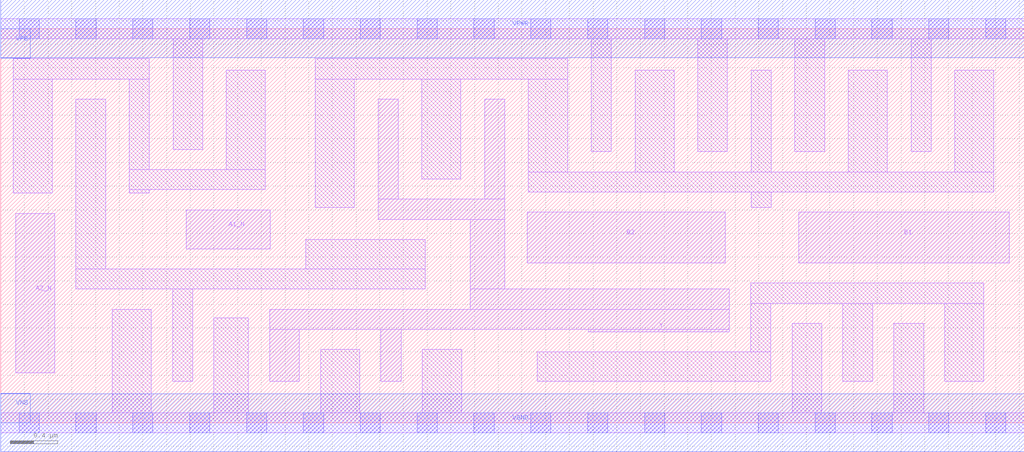
<source format=lef>
# Copyright 2020 The SkyWater PDK Authors
#
# Licensed under the Apache License, Version 2.0 (the "License");
# you may not use this file except in compliance with the License.
# You may obtain a copy of the License at
#
#     https://www.apache.org/licenses/LICENSE-2.0
#
# Unless required by applicable law or agreed to in writing, software
# distributed under the License is distributed on an "AS IS" BASIS,
# WITHOUT WARRANTIES OR CONDITIONS OF ANY KIND, either express or implied.
# See the License for the specific language governing permissions and
# limitations under the License.
#
# SPDX-License-Identifier: Apache-2.0

VERSION 5.5 ;
NAMESCASESENSITIVE ON ;
BUSBITCHARS "[]" ;
DIVIDERCHAR "/" ;
MACRO sky130_fd_sc_ms__a2bb2oi_4
  CLASS CORE ;
  SOURCE USER ;
  ORIGIN  0.000000  0.000000 ;
  SIZE  8.640000 BY  3.330000 ;
  SYMMETRY X Y ;
  SITE unit ;
  PIN A1_N
    ANTENNAGATEAREA  0.411000 ;
    DIRECTION INPUT ;
    USE SIGNAL ;
    PORT
      LAYER li1 ;
        RECT 1.565000 1.470000 2.275000 1.800000 ;
    END
  END A1_N
  PIN A2_N
    ANTENNAGATEAREA  0.411000 ;
    DIRECTION INPUT ;
    USE SIGNAL ;
    PORT
      LAYER li1 ;
        RECT 0.125000 0.420000 0.455000 1.770000 ;
    END
  END A2_N
  PIN B1
    ANTENNAGATEAREA  1.116000 ;
    DIRECTION INPUT ;
    USE SIGNAL ;
    PORT
      LAYER li1 ;
        RECT 6.735000 1.350000 8.515000 1.780000 ;
    END
  END B1
  PIN B2
    ANTENNAGATEAREA  1.116000 ;
    DIRECTION INPUT ;
    USE SIGNAL ;
    PORT
      LAYER li1 ;
        RECT 4.445000 1.350000 6.115000 1.780000 ;
    END
  END B2
  PIN Y
    ANTENNADIFFAREA  1.500800 ;
    DIRECTION OUTPUT ;
    USE SIGNAL ;
    PORT
      LAYER li1 ;
        RECT 2.270000 0.350000 2.520000 0.790000 ;
        RECT 2.270000 0.790000 6.150000 0.960000 ;
        RECT 3.185000 1.720000 4.255000 1.890000 ;
        RECT 3.185000 1.890000 3.355000 2.735000 ;
        RECT 3.210000 0.350000 3.380000 0.790000 ;
        RECT 3.965000 0.960000 6.150000 1.130000 ;
        RECT 3.965000 1.130000 4.255000 1.720000 ;
        RECT 4.085000 1.890000 4.255000 2.735000 ;
        RECT 4.960000 0.770000 6.150000 0.790000 ;
    END
  END Y
  PIN VGND
    DIRECTION INOUT ;
    USE GROUND ;
    PORT
      LAYER met1 ;
        RECT 0.000000 -0.245000 8.640000 0.245000 ;
    END
  END VGND
  PIN VNB
    DIRECTION INOUT ;
    USE GROUND ;
    PORT
      LAYER met1 ;
        RECT 0.000000 0.000000 0.250000 0.250000 ;
    END
  END VNB
  PIN VPB
    DIRECTION INOUT ;
    USE POWER ;
    PORT
      LAYER met1 ;
        RECT 0.000000 3.080000 0.250000 3.330000 ;
    END
  END VPB
  PIN VPWR
    DIRECTION INOUT ;
    USE POWER ;
    PORT
      LAYER met1 ;
        RECT 0.000000 3.085000 8.640000 3.575000 ;
    END
  END VPWR
  OBS
    LAYER li1 ;
      RECT 0.000000 -0.085000 8.640000 0.085000 ;
      RECT 0.000000  3.245000 8.640000 3.415000 ;
      RECT 0.105000  1.940000 0.435000 2.905000 ;
      RECT 0.105000  2.905000 1.255000 3.075000 ;
      RECT 0.635000  1.130000 3.585000 1.300000 ;
      RECT 0.635000  1.300000 0.885000 2.735000 ;
      RECT 0.940000  0.085000 1.270000 0.960000 ;
      RECT 1.085000  1.940000 1.255000 1.970000 ;
      RECT 1.085000  1.970000 2.235000 2.140000 ;
      RECT 1.085000  2.140000 1.255000 2.905000 ;
      RECT 1.450000  0.350000 1.620000 1.130000 ;
      RECT 1.455000  2.310000 1.705000 3.245000 ;
      RECT 1.800000  0.085000 2.090000 0.885000 ;
      RECT 1.905000  2.140000 2.235000 2.980000 ;
      RECT 2.575000  1.300000 3.585000 1.550000 ;
      RECT 2.655000  1.820000 2.985000 2.905000 ;
      RECT 2.655000  2.905000 4.785000 3.075000 ;
      RECT 2.700000  0.085000 3.030000 0.620000 ;
      RECT 3.555000  2.060000 3.885000 2.905000 ;
      RECT 3.560000  0.085000 3.890000 0.620000 ;
      RECT 4.455000  1.950000 8.385000 2.120000 ;
      RECT 4.455000  2.120000 4.785000 2.905000 ;
      RECT 4.530000  0.350000 6.500000 0.600000 ;
      RECT 4.985000  2.290000 5.155000 3.245000 ;
      RECT 5.355000  2.120000 5.685000 2.980000 ;
      RECT 5.885000  2.290000 6.135000 3.245000 ;
      RECT 6.330000  0.600000 6.500000 1.010000 ;
      RECT 6.330000  1.010000 8.300000 1.180000 ;
      RECT 6.335000  1.820000 6.505000 1.950000 ;
      RECT 6.335000  2.120000 6.505000 2.980000 ;
      RECT 6.680000  0.085000 6.930000 0.840000 ;
      RECT 6.705000  2.290000 6.955000 3.245000 ;
      RECT 7.110000  0.350000 7.360000 1.010000 ;
      RECT 7.155000  2.120000 7.485000 2.980000 ;
      RECT 7.540000  0.085000 7.790000 0.840000 ;
      RECT 7.685000  2.290000 7.855000 3.245000 ;
      RECT 7.970000  0.350000 8.300000 1.010000 ;
      RECT 8.055000  2.120000 8.385000 2.980000 ;
    LAYER mcon ;
      RECT 0.155000 -0.085000 0.325000 0.085000 ;
      RECT 0.155000  3.245000 0.325000 3.415000 ;
      RECT 0.635000 -0.085000 0.805000 0.085000 ;
      RECT 0.635000  3.245000 0.805000 3.415000 ;
      RECT 1.115000 -0.085000 1.285000 0.085000 ;
      RECT 1.115000  3.245000 1.285000 3.415000 ;
      RECT 1.595000 -0.085000 1.765000 0.085000 ;
      RECT 1.595000  3.245000 1.765000 3.415000 ;
      RECT 2.075000 -0.085000 2.245000 0.085000 ;
      RECT 2.075000  3.245000 2.245000 3.415000 ;
      RECT 2.555000 -0.085000 2.725000 0.085000 ;
      RECT 2.555000  3.245000 2.725000 3.415000 ;
      RECT 3.035000 -0.085000 3.205000 0.085000 ;
      RECT 3.035000  3.245000 3.205000 3.415000 ;
      RECT 3.515000 -0.085000 3.685000 0.085000 ;
      RECT 3.515000  3.245000 3.685000 3.415000 ;
      RECT 3.995000 -0.085000 4.165000 0.085000 ;
      RECT 3.995000  3.245000 4.165000 3.415000 ;
      RECT 4.475000 -0.085000 4.645000 0.085000 ;
      RECT 4.475000  3.245000 4.645000 3.415000 ;
      RECT 4.955000 -0.085000 5.125000 0.085000 ;
      RECT 4.955000  3.245000 5.125000 3.415000 ;
      RECT 5.435000 -0.085000 5.605000 0.085000 ;
      RECT 5.435000  3.245000 5.605000 3.415000 ;
      RECT 5.915000 -0.085000 6.085000 0.085000 ;
      RECT 5.915000  3.245000 6.085000 3.415000 ;
      RECT 6.395000 -0.085000 6.565000 0.085000 ;
      RECT 6.395000  3.245000 6.565000 3.415000 ;
      RECT 6.875000 -0.085000 7.045000 0.085000 ;
      RECT 6.875000  3.245000 7.045000 3.415000 ;
      RECT 7.355000 -0.085000 7.525000 0.085000 ;
      RECT 7.355000  3.245000 7.525000 3.415000 ;
      RECT 7.835000 -0.085000 8.005000 0.085000 ;
      RECT 7.835000  3.245000 8.005000 3.415000 ;
      RECT 8.315000 -0.085000 8.485000 0.085000 ;
      RECT 8.315000  3.245000 8.485000 3.415000 ;
  END
END sky130_fd_sc_ms__a2bb2oi_4

</source>
